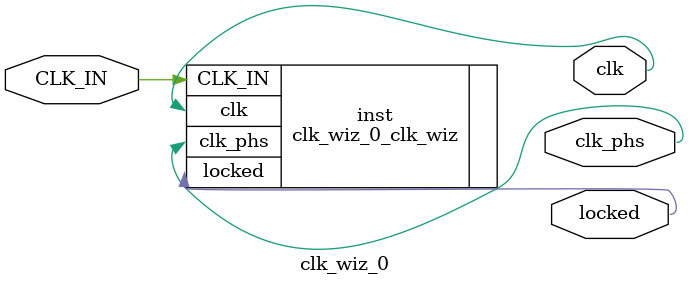
<source format=v>


`timescale 1ps/1ps

(* CORE_GENERATION_INFO = "clk_wiz_0,clk_wiz_v5_3_3_0,{component_name=clk_wiz_0,use_phase_alignment=true,use_min_o_jitter=false,use_max_i_jitter=false,use_dyn_phase_shift=false,use_inclk_switchover=false,use_dyn_reconfig=false,enable_axi=0,feedback_source=FDBK_AUTO,PRIMITIVE=MMCM,num_out_clk=2,clkin1_period=40.0,clkin2_period=10.0,use_power_down=false,use_reset=false,use_locked=true,use_inclk_stopped=false,feedback_type=SINGLE,CLOCK_MGR_TYPE=NA,manual_override=false}" *)

module clk_wiz_0 
 (
  // Clock out ports
  output        clk,
  output        clk_phs,
  // Status and control signals
  output        locked,
 // Clock in ports
  input         CLK_IN
 );

  clk_wiz_0_clk_wiz inst
  (
  // Clock out ports  
  .clk(clk),
  .clk_phs(clk_phs),
  // Status and control signals               
  .locked(locked),
 // Clock in ports
  .CLK_IN(CLK_IN)
  );

endmodule

</source>
